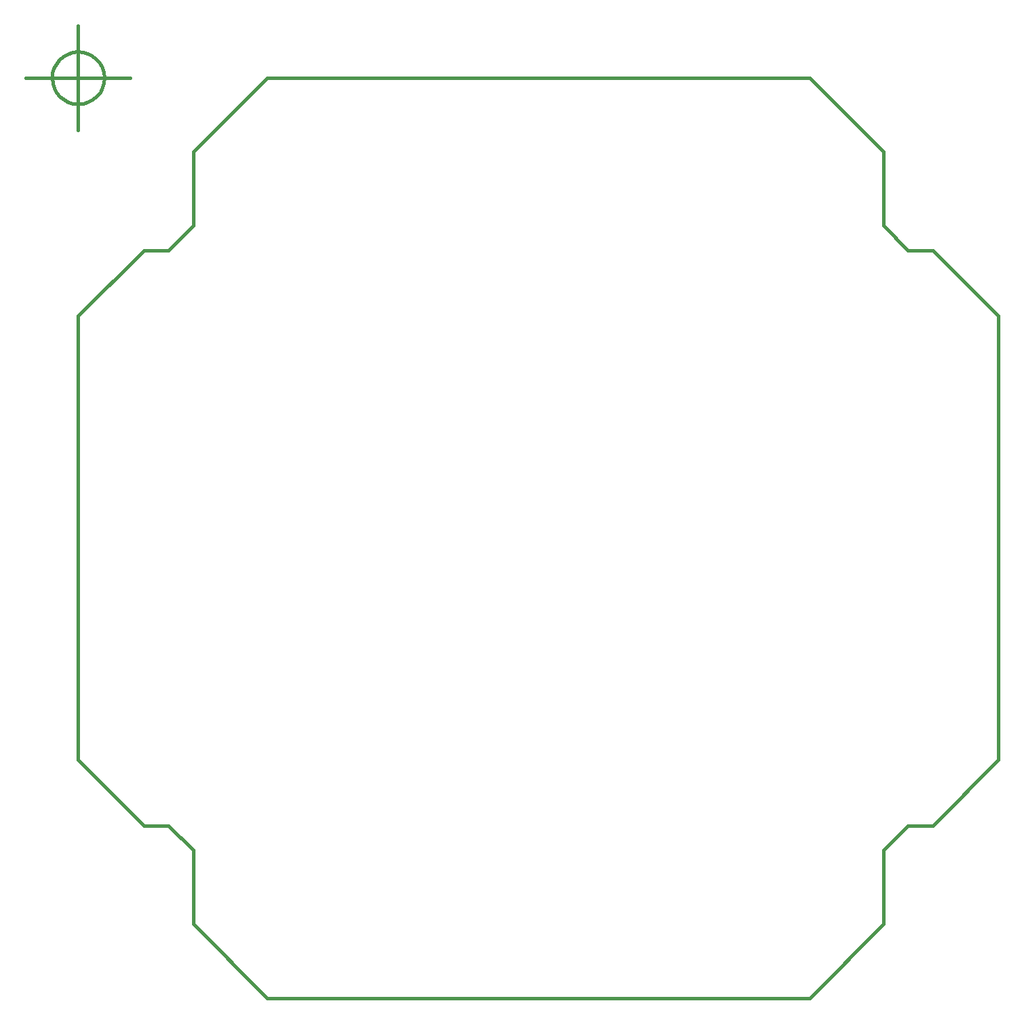
<source format=gbr>
G04 (created by PCBNEW-RS274X (2012-01-19 BZR 3256)-stable) date 11/12/2012 13:12:31*
G01*
G70*
G90*
%MOIN*%
G04 Gerber Fmt 3.4, Leading zero omitted, Abs format*
%FSLAX34Y34*%
G04 APERTURE LIST*
%ADD10C,0.006000*%
%ADD11C,0.015000*%
G04 APERTURE END LIST*
G54D10*
G54D11*
X01250Y00000D02*
X01226Y-00242D01*
X01155Y-00476D01*
X01041Y-00691D01*
X00886Y-00880D01*
X00698Y-01036D01*
X00484Y-01152D01*
X00251Y-01224D01*
X00008Y-01249D01*
X-00234Y-01227D01*
X-00468Y-01158D01*
X-00684Y-01045D01*
X-00874Y-00893D01*
X-01031Y-00706D01*
X-01148Y-00492D01*
X-01222Y-00259D01*
X-01249Y-00017D01*
X-01229Y00225D01*
X-01162Y00460D01*
X-01050Y00677D01*
X-00899Y00868D01*
X-00713Y01026D01*
X-00500Y01145D01*
X-00268Y01220D01*
X-00026Y01249D01*
X00217Y01231D01*
X00452Y01165D01*
X00669Y01055D01*
X00862Y00905D01*
X01021Y00720D01*
X01141Y00508D01*
X01218Y00276D01*
X01249Y00034D01*
X01250Y00000D01*
X-02500Y00000D02*
X02500Y00000D01*
X00000Y02500D02*
X00000Y-02500D01*
X05512Y-03543D02*
X09055Y00000D01*
X05512Y-07087D02*
X05512Y-03543D01*
X04331Y-08268D02*
X05512Y-07087D01*
X03149Y-08268D02*
X04331Y-08268D01*
X00000Y-11417D02*
X03149Y-08268D01*
X00000Y-32677D02*
X00000Y-11417D01*
X03150Y-35827D02*
X00000Y-32677D01*
X04331Y-35827D02*
X03150Y-35827D01*
X05512Y-37008D02*
X04331Y-35827D01*
X05512Y-40551D02*
X05512Y-37008D01*
X09055Y-44094D02*
X05512Y-40551D01*
X35040Y-44094D02*
X09055Y-44094D01*
X38583Y-40551D02*
X35040Y-44094D01*
X38583Y-37007D02*
X38583Y-40551D01*
X39764Y-35826D02*
X38583Y-37007D01*
X40945Y-35826D02*
X39764Y-35826D01*
X44094Y-32677D02*
X40945Y-35826D01*
X44094Y-11417D02*
X44094Y-32677D01*
X40945Y-08268D02*
X44094Y-11417D01*
X39764Y-08268D02*
X40945Y-08268D01*
X38583Y-07087D02*
X39764Y-08268D01*
X38583Y-03543D02*
X38583Y-07087D01*
X35040Y00000D02*
X38583Y-03543D01*
X09055Y00000D02*
X35040Y00000D01*
M02*

</source>
